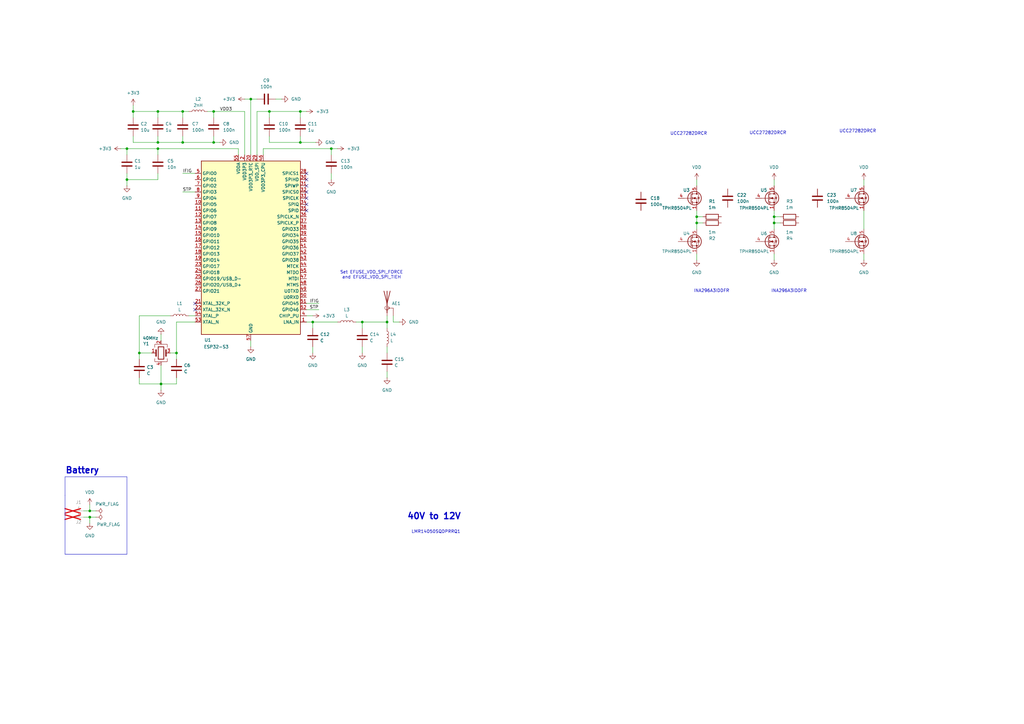
<source format=kicad_sch>
(kicad_sch (version 20231120) (generator "eeschema") (generator_version "8.0")
  (paper "A3")
  (lib_symbols
    (symbol "Connector:Conn_01x01_Pin" (pin_names (offset 1.016) hide)
      (property "Reference" "J" (at 0 2.54 0))
      (property "Value" "Conn_01x01_Pin" (at 0 -2.54 0))
      (symbol "Conn_01x01_Pin_1_1"
        (polyline (pts (xy 1.27 0) (xy 0.8636 0)) (stroke (width 0.1524)))
        (rectangle (start 0.8636 0.127) (end 0 -0.127) (stroke (width 0.1524)) (fill (type outline)))
        (pin passive line (at 5.08 0 180) (length 3.81) (name "Pin_1") (number "1"))
      )
    )
    (symbol "Device:Antenna_Shield" (pin_numbers hide) (pin_names (offset 1.016) hide)
      (property "Reference" "AE" (at -1.905 4.445 0))
      (property "Value" "Antenna_Shield" (at -1.905 2.54 0))
      (symbol "Antenna_Shield_0_1"
        (arc (start -0.508 -1.143) (mid -0.8429 -2.1194) (end 0 -2.667))
        (arc (start 0 -2.667) (mid 0.7989 -2.1052) (end 0.508 -1.143))
        (polyline (pts (xy 0 -2.54) (xy 0 0)))
        (polyline (pts (xy 0 5.08) (xy 0 -3.81)) (stroke (width 0.254)))
        (polyline (pts (xy 0.762 -1.905) (xy 2.54 -1.905)))
        (polyline (pts (xy 2.54 -2.54) (xy 2.54 -1.905)))
        (polyline (pts (xy 1.27 5.08) (xy 0 0) (xy -1.27 5.08)) (stroke (width 0.254)))
        (circle (center 0.762 -1.905) (radius 0.1778) (fill (type outline)))
      )
      (symbol "Antenna_Shield_1_1"
        (pin input line (at 0 -5.08 90) (length 2.54) (name "A") (number "1"))
        (pin input line (at 2.54 -5.08 90) (length 2.54) (name "Shield") (number "2"))
      )
    )
    (symbol "Device:C" (pin_numbers hide) (pin_names (offset 0.254))
      (property "Reference" "C" (at 0.635 2.54 0))
      (property "Value" "C" (at 0.635 -2.54 0))
      (symbol "C_0_1"
        (polyline (pts (xy -2.032 -0.762) (xy 2.032 -0.762)) (stroke (width 0.508)))
        (polyline (pts (xy -2.032 0.762) (xy 2.032 0.762)) (stroke (width 0.508)))
      )
      (symbol "C_1_1"
        (pin passive line (at 0 3.81 270) (length 2.794) (name "~") (number "1"))
        (pin passive line (at 0 -3.81 90) (length 2.794) (name "~") (number "2"))
      )
    )
    (symbol "Device:Crystal_GND24" (pin_names (offset 1.016) hide)
      (property "Reference" "Y" (at 3.175 5.08 0))
      (property "Value" "Crystal_GND24" (at 3.175 3.175 0))
      (symbol "Crystal_GND24_0_1"
        (rectangle (start -1.143 2.54) (end 1.143 -2.54) (stroke (width 0.3048)))
        (polyline (pts (xy -2.54 0) (xy -2.032 0)))
        (polyline (pts (xy -2.032 -1.27) (xy -2.032 1.27)) (stroke (width 0.508)))
        (polyline (pts (xy 0 -3.81) (xy 0 -3.556)))
        (polyline (pts (xy 0 3.556) (xy 0 3.81)))
        (polyline (pts (xy 2.032 -1.27) (xy 2.032 1.27)) (stroke (width 0.508)))
        (polyline (pts (xy 2.032 0) (xy 2.54 0)))
        (polyline (pts (xy -2.54 -2.286) (xy -2.54 -3.556) (xy 2.54 -3.556) (xy 2.54 -2.286)))
        (polyline (pts (xy -2.54 2.286) (xy -2.54 3.556) (xy 2.54 3.556) (xy 2.54 2.286)))
      )
      (symbol "Crystal_GND24_1_1"
        (pin passive line (at -3.81 0 0) (length 1.27) (name "1") (number "1"))
        (pin passive line (at 0 5.08 270) (length 1.27) (name "2") (number "2"))
        (pin passive line (at 3.81 0 180) (length 1.27) (name "3") (number "3"))
        (pin passive line (at 0 -5.08 90) (length 1.27) (name "4") (number "4"))
      )
    )
    (symbol "Device:L" (pin_numbers hide) (pin_names (offset 1.016) hide)
      (property "Reference" "L" (at -1.27 0 90))
      (property "Value" "L" (at 1.905 0 90))
      (symbol "L_0_1"
        (arc (start 0 -2.54) (mid 0.6323 -1.905) (end 0 -1.27))
        (arc (start 0 -1.27) (mid 0.6323 -0.635) (end 0 0))
        (arc (start 0 0) (mid 0.6323 0.635) (end 0 1.27))
        (arc (start 0 1.27) (mid 0.6323 1.905) (end 0 2.54))
      )
      (symbol "L_1_1"
        (pin passive line (at 0 3.81 270) (length 1.27) (name "1") (number "1"))
        (pin passive line (at 0 -3.81 90) (length 1.27) (name "2") (number "2"))
      )
    )
    (symbol "Device:R" (pin_numbers hide) (pin_names (offset 0))
      (property "Reference" "R" (at 2.032 0 90))
      (property "Value" "R" (at 0 0 90))
      (symbol "R_0_1"
        (rectangle (start -1.016 -2.54) (end 1.016 2.54) (stroke (width 0.254)))
      )
      (symbol "R_1_1"
        (pin passive line (at 0 3.81 270) (length 1.27) (name "~") (number "1"))
        (pin passive line (at 0 -3.81 90) (length 1.27) (name "~") (number "2"))
      )
    )
    (symbol "MCU_Espressif:ESP32-S3"
      (property "Reference" "U" (at 10.16 -38.1 0))
      (property "Value" "ESP32-S3" (at 13.97 -40.64 0))
      (symbol "ESP32-S3_0_1"
        (rectangle (start -20.32 35.56) (end 20.32 -35.56) (stroke (width 0.254)) (fill (type background)))
      )
      (symbol "ESP32-S3_1_0"
        (pin bidirectional line (at 22.86 12.7 180) (length 2.54) (name "SPICLK_N") (number "36"))
        (pin bidirectional line (at 22.86 -10.16 180) (length 2.54) (name "MTDO") (number "45"))
        (pin bidirectional line (at 22.86 -22.86 180) (length 2.54) (name "GPIO45") (number "51"))
        (pin passive line (at -5.08 38.1 270) (length 2.54) hide (name "VDDA") (number "56"))
      )
      (symbol "ESP32-S3_1_1"
        (pin bidirectional line (at 22.86 -30.48 180) (length 2.54) (name "LNA_IN") (number "1"))
        (pin bidirectional line (at -22.86 17.78 0) (length 2.54) (name "GPIO5") (number "10"))
        (pin bidirectional line (at -22.86 15.24 0) (length 2.54) (name "GPIO6") (number "11"))
        (pin bidirectional line (at -22.86 12.7 0) (length 2.54) (name "GPIO7") (number "12"))
        (pin bidirectional line (at -22.86 10.16 0) (length 2.54) (name "GPIO8") (number "13"))
        (pin bidirectional line (at -22.86 7.62 0) (length 2.54) (name "GPIO9") (number "14"))
        (pin bidirectional line (at -22.86 5.08 0) (length 2.54) (name "GPIO10") (number "15"))
        (pin bidirectional line (at -22.86 2.54 0) (length 2.54) (name "GPIO11") (number "16"))
        (pin bidirectional line (at -22.86 0 0) (length 2.54) (name "GPIO12") (number "17"))
        (pin bidirectional line (at -22.86 -2.54 0) (length 2.54) (name "GPIO13") (number "18"))
        (pin bidirectional line (at -22.86 -5.08 0) (length 2.54) (name "GPIO14") (number "19"))
        (pin power_in line (at -2.54 38.1 270) (length 2.54) (name "VDD3P3") (number "2"))
        (pin power_in line (at 0 38.1 270) (length 2.54) (name "VDD3P3_RTC") (number "20"))
        (pin passive line (at -22.86 -22.86 0) (length 2.54) (name "XTAL_32K_P") (number "21"))
        (pin passive line (at -22.86 -25.4 0) (length 2.54) (name "XTAL_32K_N") (number "22"))
        (pin bidirectional line (at -22.86 -7.62 0) (length 2.54) (name "GPIO17") (number "23"))
        (pin bidirectional line (at -22.86 -10.16 0) (length 2.54) (name "GPIO18") (number "24"))
        (pin bidirectional line (at -22.86 -12.7 0) (length 2.54) (name "GPIO19/USB_D-") (number "25"))
        (pin bidirectional line (at -22.86 -15.24 0) (length 2.54) (name "GPIO20/USB_D+") (number "26"))
        (pin bidirectional line (at -22.86 -17.78 0) (length 2.54) (name "GPIO21") (number "27"))
        (pin bidirectional line (at 22.86 30.48 180) (length 2.54) (name "SPICS1") (number "28"))
        (pin power_in line (at 2.54 38.1 270) (length 2.54) (name "VDD_SPI") (number "29"))
        (pin passive line (at -2.54 38.1 270) (length 2.54) hide (name "VDD3P3") (number "3"))
        (pin bidirectional line (at 22.86 27.94 180) (length 2.54) (name "SPIHD") (number "30"))
        (pin bidirectional line (at 22.86 25.4 180) (length 2.54) (name "SPIWP") (number "31"))
        (pin bidirectional line (at 22.86 22.86 180) (length 2.54) (name "SPICS0") (number "32"))
        (pin bidirectional line (at 22.86 20.32 180) (length 2.54) (name "SPICLK") (number "33"))
        (pin bidirectional line (at 22.86 17.78 180) (length 2.54) (name "SPIQ") (number "34"))
        (pin bidirectional line (at 22.86 15.24 180) (length 2.54) (name "SPID") (number "35"))
        (pin bidirectional line (at 22.86 10.16 180) (length 2.54) (name "SPICLK_P") (number "37"))
        (pin bidirectional line (at 22.86 7.62 180) (length 2.54) (name "GPIO33") (number "38"))
        (pin bidirectional line (at 22.86 5.08 180) (length 2.54) (name "GPIO34") (number "39"))
        (pin input line (at 22.86 -27.94 180) (length 2.54) (name "CHIP_PU") (number "4"))
        (pin bidirectional line (at 22.86 2.54 180) (length 2.54) (name "GPIO35") (number "40"))
        (pin bidirectional line (at 22.86 0 180) (length 2.54) (name "GPIO36") (number "41"))
        (pin bidirectional line (at 22.86 -2.54 180) (length 2.54) (name "GPIO37") (number "42"))
        (pin bidirectional line (at 22.86 -5.08 180) (length 2.54) (name "GPIO38") (number "43"))
        (pin bidirectional line (at 22.86 -7.62 180) (length 2.54) (name "MTCK") (number "44"))
        (pin power_in line (at 5.08 38.1 270) (length 2.54) (name "VDD3P3_CPU") (number "46"))
        (pin bidirectional line (at 22.86 -12.7 180) (length 2.54) (name "MTDI") (number "47"))
        (pin bidirectional line (at 22.86 -15.24 180) (length 2.54) (name "MTMS") (number "48"))
        (pin bidirectional line (at 22.86 -17.78 180) (length 2.54) (name "U0TXD") (number "49"))
        (pin bidirectional line (at -22.86 30.48 0) (length 2.54) (name "GPIO0") (number "5"))
        (pin bidirectional line (at 22.86 -20.32 180) (length 2.54) (name "U0RXD") (number "50"))
        (pin bidirectional line (at 22.86 -25.4 180) (length 2.54) (name "GPIO46") (number "52"))
        (pin output line (at -22.86 -30.48 0) (length 2.54) (name "XTAL_N") (number "53"))
        (pin input line (at -22.86 -27.94 0) (length 2.54) (name "XTAL_P") (number "54"))
        (pin power_in line (at -5.08 38.1 270) (length 2.54) (name "VDDA") (number "55"))
        (pin power_in line (at 0 -38.1 90) (length 2.54) (name "GND") (number "57"))
        (pin bidirectional line (at -22.86 27.94 0) (length 2.54) (name "GPIO1") (number "6"))
        (pin bidirectional line (at -22.86 25.4 0) (length 2.54) (name "GPIO2") (number "7"))
        (pin bidirectional line (at -22.86 22.86 0) (length 2.54) (name "GPIO3") (number "8"))
        (pin bidirectional line (at -22.86 20.32 0) (length 2.54) (name "GPIO4") (number "9"))
      )
    )
    (symbol "TPHR8504PL_1" (pin_names hide)
      (property "Reference" "U" (at 2.032 4.064 0))
      (property "Value" "TPHR8504PL" (at -9.144 4.064 0))
      (symbol "TPHR8504PL_1_0_1"
        (circle (center -0.889 0) (radius 2.794) (stroke (width 0.254)))
        (circle (center 0 -1.778) (radius 0.254) (fill (type outline)))
        (polyline (pts (xy -2.286 0) (xy -5.08 0)))
        (polyline (pts (xy -2.286 1.905) (xy -2.286 -1.905)) (stroke (width 0.254)))
        (polyline (pts (xy -1.778 -1.27) (xy -1.778 -2.286)) (stroke (width 0.254)))
        (polyline (pts (xy -1.778 0.508) (xy -1.778 -0.508)) (stroke (width 0.254)))
        (polyline (pts (xy -1.778 2.286) (xy -1.778 1.27)) (stroke (width 0.254)))
        (polyline (pts (xy 0 2.54) (xy 0 1.778)))
        (polyline (pts (xy 0 -2.54) (xy 0 0) (xy -1.778 0)))
        (polyline (pts (xy -1.778 -1.778) (xy 0.762 -1.778) (xy 0.762 1.778) (xy -1.778 1.778)))
        (polyline (pts (xy -1.524 0) (xy -0.508 0.381) (xy -0.508 -0.381) (xy -1.524 0)) (fill (type outline)))
        (polyline (pts (xy 0.254 0.508) (xy 0.381 0.381) (xy 1.143 0.381) (xy 1.27 0.254)))
        (polyline (pts (xy 0.762 0.381) (xy 0.381 -0.254) (xy 1.143 -0.254) (xy 0.762 0.381)))
        (circle (center 0 1.778) (radius 0.254) (fill (type outline)))
      )
      (symbol "TPHR8504PL_1_1_1"
        (pin passive line (at 0 -5.08 90) (length 2.54) (name "S") (number "1"))
        (pin passive line (at 0 -5.08 90) (length 2.54) hide (name "S") (number "2"))
        (pin passive line (at 0 -5.08 90) (length 2.54) hide (name "S") (number "3"))
        (pin input line (at -7.62 0 0) (length 2.54) (name "G") (number "4"))
        (pin passive line (at 0 5.08 270) (length 2.54) (name "D") (number "5"))
      )
    )
    (symbol "power:+3V3" (power) (pin_numbers hide) (pin_names (offset 0) hide)
      (property "Value" "+3V3" (at 0 3.556 0))
      (symbol "+3V3_0_1"
        (polyline (pts (xy -0.762 1.27) (xy 0 2.54)))
        (polyline (pts (xy 0 0) (xy 0 2.54)))
        (polyline (pts (xy 0 2.54) (xy 0.762 1.27)))
      )
      (symbol "+3V3_1_1"
        (pin power_in line (at 0 0 90) (length 0) (name "~") (number "1"))
      )
    )
    (symbol "power:GND" (power) (pin_numbers hide) (pin_names (offset 0) hide)
      (property "Value" "GND" (at 0 -3.81 0))
      (symbol "GND_0_1"
        (polyline (pts (xy 0 0) (xy 0 -1.27) (xy 1.27 -1.27) (xy 0 -2.54) (xy -1.27 -1.27) (xy 0 -1.27)))
      )
      (symbol "GND_1_1"
        (pin power_in line (at 0 0 270) (length 0) (name "~") (number "1"))
      )
    )
    (symbol "power:PWR_FLAG" (power) (pin_numbers hide) (pin_names (offset 0) hide)
      (property "Value" "PWR_FLAG" (at 0 3.81 0))
      (symbol "PWR_FLAG_0_0"
        (pin power_out line (at 0 0 90) (length 0) (name "~") (number "1"))
      )
      (symbol "PWR_FLAG_0_1"
        (polyline (pts (xy 0 0) (xy 0 1.27) (xy -1.016 1.905) (xy 0 2.54) (xy 1.016 1.905) (xy 0 1.27)))
      )
    )
    (symbol "power:VDD" (power) (pin_numbers hide) (pin_names (offset 0) hide)
      (property "Value" "VDD" (at 0 3.556 0))
      (symbol "VDD_0_1"
        (polyline (pts (xy -0.762 1.27) (xy 0 2.54)))
        (polyline (pts (xy 0 0) (xy 0 2.54)))
        (polyline (pts (xy 0 2.54) (xy 0.762 1.27)))
      )
      (symbol "VDD_1_1"
        (pin power_in line (at 0 0 90) (length 0) (name "~") (number "1"))
      )
    )
  )
  (junction (at 87.63 45.72))
  (junction (at 135.89 60.96))
  (junction (at 102.87 40.64))
  (junction (at 128.27 132.08))
  (junction (at 36.83 212.09))
  (junction (at 158.75 132.08))
  (junction (at 317.5 91.44))
  (junction (at 52.07 73.66))
  (junction (at 87.63 58.42))
  (junction (at 66.04 157.48))
  (junction (at 36.83 209.55))
  (junction (at 54.61 45.72))
  (junction (at 148.59 132.08))
  (junction (at 64.77 45.72))
  (junction (at 52.07 60.96))
  (junction (at 110.49 45.72))
  (junction (at 74.93 58.42))
  (junction (at 64.77 60.96))
  (junction (at 123.19 58.42))
  (junction (at 72.39 144.78))
  (junction (at 285.75 88.9))
  (junction (at 285.75 91.44))
  (junction (at 317.5 88.9))
  (junction (at 123.19 45.72))
  (junction (at 64.77 58.42))
  (junction (at 57.15 144.78))
  (junction (at 74.93 45.72))
  (no_connect (at 125.73 71.12))
  (no_connect (at 80.01 127))
  (no_connect (at 125.73 86.36))
  (no_connect (at 80.01 124.46))
  (no_connect (at 125.73 81.28))
  (no_connect (at 125.73 76.2))
  (no_connect (at 125.73 73.66))
  (no_connect (at 125.73 83.82))
  (no_connect (at 125.73 78.74))
  (wire (pts (xy 107.95 60.96) (xy 107.95 63.5)))
  (wire (pts (xy 102.87 63.5) (xy 102.87 40.64)))
  (wire (pts (xy 125.73 124.46) (xy 130.81 124.46)))
  (wire (pts (xy 52.07 73.66) (xy 64.77 73.66)))
  (wire (pts (xy 123.19 58.42) (xy 123.19 55.88)))
  (wire (pts (xy 125.73 129.54) (xy 128.27 129.54)))
  (polyline (pts (xy 52.07 195.58) (xy 26.67 195.58)))
  (wire (pts (xy 148.59 132.08) (xy 158.75 132.08)))
  (wire (pts (xy 64.77 58.42) (xy 64.77 55.88)))
  (wire (pts (xy 158.75 129.54) (xy 158.75 132.08)))
  (wire (pts (xy 72.39 157.48) (xy 72.39 154.94)))
  (wire (pts (xy 102.87 139.7) (xy 102.87 142.24)))
  (wire (pts (xy 163.83 132.08) (xy 161.29 132.08)))
  (wire (pts (xy 148.59 142.24) (xy 148.59 144.78)))
  (wire (pts (xy 128.27 132.08) (xy 125.73 132.08)))
  (wire (pts (xy 128.27 142.24) (xy 128.27 144.78)))
  (wire (pts (xy 54.61 43.18) (xy 54.61 45.72)))
  (wire (pts (xy 54.61 48.26) (xy 54.61 45.72)))
  (wire (pts (xy 138.43 60.96) (xy 135.89 60.96)))
  (wire (pts (xy 354.33 86.36) (xy 354.33 93.98)))
  (wire (pts (xy 158.75 152.4) (xy 158.75 154.94)))
  (wire (pts (xy 354.33 104.14) (xy 354.33 106.68)))
  (wire (pts (xy 317.5 104.14) (xy 317.5 106.68)))
  (wire (pts (xy 66.04 149.86) (xy 66.04 157.48)))
  (wire (pts (xy 148.59 132.08) (xy 146.05 132.08)))
  (wire (pts (xy 36.83 212.09) (xy 36.83 214.63)))
  (wire (pts (xy 135.89 71.12) (xy 135.89 73.66)))
  (wire (pts (xy 158.75 134.62) (xy 158.75 132.08)))
  (wire (pts (xy 49.53 60.96) (xy 52.07 60.96)))
  (wire (pts (xy 52.07 71.12) (xy 52.07 73.66)))
  (wire (pts (xy 64.77 73.66) (xy 64.77 71.12)))
  (wire (pts (xy 64.77 60.96) (xy 97.79 60.96)))
  (wire (pts (xy 74.93 71.12) (xy 80.01 71.12)))
  (wire (pts (xy 113.03 40.64) (xy 115.57 40.64)))
  (wire (pts (xy 34.29 212.09) (xy 36.83 212.09)))
  (wire (pts (xy 36.83 209.55) (xy 34.29 209.55)))
  (wire (pts (xy 285.75 91.44) (xy 288.29 91.44)))
  (wire (pts (xy 110.49 58.42) (xy 110.49 55.88)))
  (wire (pts (xy 105.41 63.5) (xy 105.41 45.72)))
  (wire (pts (xy 317.5 88.9) (xy 320.04 88.9)))
  (wire (pts (xy 64.77 45.72) (xy 74.93 45.72)))
  (wire (pts (xy 74.93 58.42) (xy 64.77 58.42)))
  (wire (pts (xy 87.63 55.88) (xy 87.63 58.42)))
  (wire (pts (xy 90.17 58.42) (xy 87.63 58.42)))
  (wire (pts (xy 64.77 58.42) (xy 54.61 58.42)))
  (wire (pts (xy 123.19 45.72) (xy 123.19 48.26)))
  (wire (pts (xy 66.04 137.16) (xy 66.04 139.7)))
  (wire (pts (xy 69.85 144.78) (xy 72.39 144.78)))
  (wire (pts (xy 125.73 45.72) (xy 123.19 45.72)))
  (wire (pts (xy 52.07 60.96) (xy 64.77 60.96)))
  (wire (pts (xy 54.61 45.72) (xy 64.77 45.72)))
  (wire (pts (xy 317.5 88.9) (xy 317.5 91.44)))
  (wire (pts (xy 87.63 45.72) (xy 100.33 45.72)))
  (wire (pts (xy 317.5 86.36) (xy 317.5 88.9)))
  (wire (pts (xy 285.75 91.44) (xy 285.75 93.98)))
  (wire (pts (xy 161.29 132.08) (xy 161.29 129.54)))
  (wire (pts (xy 128.27 134.62) (xy 128.27 132.08)))
  (wire (pts (xy 77.47 129.54) (xy 80.01 129.54)))
  (wire (pts (xy 52.07 73.66) (xy 52.07 76.2)))
  (wire (pts (xy 69.85 129.54) (xy 57.15 129.54)))
  (wire (pts (xy 158.75 142.24) (xy 158.75 144.78)))
  (wire (pts (xy 354.33 73.66) (xy 354.33 76.2)))
  (wire (pts (xy 57.15 147.32) (xy 57.15 144.78)))
  (wire (pts (xy 128.27 132.08) (xy 138.43 132.08)))
  (polyline (pts (xy 26.67 203.2) (xy 26.67 227.33)))
  (wire (pts (xy 66.04 157.48) (xy 66.04 160.02)))
  (wire (pts (xy 57.15 129.54) (xy 57.15 144.78)))
  (wire (pts (xy 74.93 48.26) (xy 74.93 45.72)))
  (wire (pts (xy 57.15 144.78) (xy 62.23 144.78)))
  (wire (pts (xy 54.61 55.88) (xy 54.61 58.42)))
  (wire (pts (xy 123.19 58.42) (xy 129.54 58.42)))
  (polyline (pts (xy 26.67 227.33) (xy 52.07 227.33)))
  (wire (pts (xy 148.59 134.62) (xy 148.59 132.08)))
  (wire (pts (xy 105.41 45.72) (xy 110.49 45.72)))
  (wire (pts (xy 125.73 127) (xy 130.81 127)))
  (wire (pts (xy 123.19 58.42) (xy 110.49 58.42)))
  (wire (pts (xy 87.63 58.42) (xy 74.93 58.42)))
  (polyline (pts (xy 26.67 195.58) (xy 26.67 203.2)))
  (wire (pts (xy 285.75 88.9) (xy 288.29 88.9)))
  (wire (pts (xy 285.75 104.14) (xy 285.75 106.68)))
  (wire (pts (xy 102.87 40.64) (xy 105.41 40.64)))
  (wire (pts (xy 66.04 157.48) (xy 57.15 157.48)))
  (wire (pts (xy 74.93 58.42) (xy 74.93 55.88)))
  (wire (pts (xy 285.75 88.9) (xy 285.75 91.44)))
  (wire (pts (xy 36.83 207.01) (xy 36.83 209.55)))
  (wire (pts (xy 74.93 45.72) (xy 77.47 45.72)))
  (wire (pts (xy 123.19 45.72) (xy 110.49 45.72)))
  (wire (pts (xy 100.33 40.64) (xy 102.87 40.64)))
  (wire (pts (xy 317.5 91.44) (xy 317.5 93.98)))
  (polyline (pts (xy 52.07 227.33) (xy 52.07 195.58)))
  (wire (pts (xy 107.95 60.96) (xy 135.89 60.96)))
  (wire (pts (xy 72.39 144.78) (xy 72.39 147.32)))
  (wire (pts (xy 87.63 45.72) (xy 87.63 48.26)))
  (wire (pts (xy 110.49 45.72) (xy 110.49 48.26)))
  (wire (pts (xy 52.07 60.96) (xy 52.07 63.5)))
  (wire (pts (xy 317.5 73.66) (xy 317.5 76.2)))
  (wire (pts (xy 285.75 86.36) (xy 285.75 88.9)))
  (wire (pts (xy 317.5 91.44) (xy 320.04 91.44)))
  (wire (pts (xy 74.93 78.74) (xy 80.01 78.74)))
  (wire (pts (xy 72.39 132.08) (xy 80.01 132.08)))
  (wire (pts (xy 72.39 132.08) (xy 72.39 144.78)))
  (wire (pts (xy 97.79 60.96) (xy 97.79 63.5)))
  (wire (pts (xy 100.33 45.72) (xy 100.33 63.5)))
  (wire (pts (xy 135.89 63.5) (xy 135.89 60.96)))
  (wire (pts (xy 285.75 73.66) (xy 285.75 76.2)))
  (wire (pts (xy 36.83 209.55) (xy 39.37 209.55)))
  (wire (pts (xy 85.09 45.72) (xy 87.63 45.72)))
  (wire (pts (xy 66.04 157.48) (xy 72.39 157.48)))
  (wire (pts (xy 36.83 212.09) (xy 39.37 212.09)))
  (wire (pts (xy 57.15 157.48) (xy 57.15 154.94)))
  (wire (pts (xy 64.77 45.72) (xy 64.77 48.26)))
  (wire (pts (xy 64.77 63.5) (xy 64.77 60.96)))
  (text "LMR14050SQDPRRQ1" (at 178.816 218.186 0) (effects (font (size 1.27 1.27))))
  (text "40V to 12V" (at 178.054 211.836 0) (effects (font (size 2.54 2.54) (thickness 0.508) (bold yes))))
  (text "Set EFUSE_VDD_SPI_FORCE\nand EFUSE_VDD_SPI_TIEH" (at 152.4 112.776 0) (effects (font (size 1.27 1.27))))
  (text "UCC27282DRCR" (at 282.448 54.864 0) (effects (font (size 1.27 1.27))))
  (text "\nINA296A3IDDFR" (at 323.596 118.364 0) (effects (font (size 1.27 1.27))))
  (text "UCC27282DRCR" (at 351.79 53.848 0) (effects (font (size 1.27 1.27))))
  (text "\nINA296A3IDDFR" (at 291.846 118.364 0) (effects (font (size 1.27 1.27))))
  (text "UCC27282DRCR" (at 314.96 54.61 0) (effects (font (size 1.27 1.27))))
  (text "Battery" (at 33.782 193.04 0) (effects (font (size 2.54 2.54) (thickness 0.508) (bold yes))))
  (label "IFIG" (at 74.93 71.12 0))
  (label "STP" (at 74.93 78.74 0))
  (label "IFIG" (at 127 124.46 0))
  (label "STP" (at 127 127 0))
  (label "VDD3" (at 90.17 45.72 0))
  (symbol (lib_id "power:GND") (at 52.07 76.2 0) (unit 1)
    (property "Reference" "#PWR02" (effects (hide yes)))
    (property "Value" "GND" (at 52.07 81.28 0))
    (property "Description" "Power symbol creates a global label with name \"GND\" , ground" (effects (hide yes)))
  )
  (symbol (lib_name "TPHR8504PL_1") (lib_id "User_Symbols:TPHR8504PL") (at 317.5 81.28 0) (unit 1)
    (property "Reference" "U5" (at 311.912 77.978 0) (effects (justify left)))
    (property "Value" "TPHR8504PL" (at 303.276 85.344 0) (effects (justify left)))
    (property "Footprint" "Package_DFN_QFN:PQFN-8-EP_6x5mm_P1.27mm_Generic" (effects (hide yes)))
    (property "Datasheet" "https://www.lcsc.com/datasheet/lcsc_datasheet_2410010333_TOSHIBA-TPHR8504PL-LQ-M1W_C22388172.pdf" (effects (hide yes)))
    (property "Description" "Low Rds on MOSFET 0.85mOlm 150A" (effects (hide yes)))
    (property "LCSC" "C22388172" (effects (hide yes)))
  )
  (symbol (lib_name "TPHR8504PL_1") (lib_id "User_Symbols:TPHR8504PL") (at 354.33 81.28 0) (unit 1)
    (property "Reference" "U7" (at 348.742 77.978 0) (effects (justify left)))
    (property "Value" "TPHR8504PL" (at 340.106 85.344 0) (effects (justify left)))
    (property "Footprint" "Package_DFN_QFN:PQFN-8-EP_6x5mm_P1.27mm_Generic" (effects (hide yes)))
    (property "Datasheet" "https://www.lcsc.com/datasheet/lcsc_datasheet_2410010333_TOSHIBA-TPHR8504PL-LQ-M1W_C22388172.pdf" (effects (hide yes)))
    (property "Description" "Low Rds on MOSFET 0.85mOlm 150A" (effects (hide yes)))
    (property "LCSC" "C22388172" (effects (hide yes)))
  )
  (symbol (lib_id "power:VDD") (at 354.33 73.66 0) (unit 1)
    (property "Reference" "#PWR034" (effects (hide yes)))
    (property "Value" "VDD" (at 354.33 68.58 0))
    (property "Description" "Power symbol creates a global label with name \"VDD\"" (effects (hide yes)))
  )
  (symbol (lib_id "power:GND") (at 148.59 144.78 0) (unit 1)
    (property "Reference" "#PWR016" (effects (hide yes)))
    (property "Value" "GND" (at 148.59 149.86 0))
    (property "Description" "Power symbol creates a global label with name \"GND\" , ground" (effects (hide yes)))
  )
  (symbol (lib_id "power:GND") (at 317.5 106.68 0) (unit 1)
    (property "Reference" "#PWR030" (effects (hide yes)))
    (property "Value" "GND" (at 317.5 111.76 0))
    (property "Description" "Power symbol creates a global label with name \"GND\" , ground" (effects (hide yes)))
  )
  (symbol (lib_id "Device:C") (at 74.93 52.07 0) (unit 1)
    (property "Reference" "C7" (at 78.74 50.7999 0) (effects (justify left)))
    (property "Value" "100n" (at 78.74 53.3399 0) (effects (justify left)))
    (property "Footprint" "Capacitor_SMD:C_0402_1005Metric" (effects (hide yes)))
    (property "Description" "Unpolarized capacitor" (effects (hide yes)))
    (property "LCSC" "C1525" (effects (hide yes)))
  )
  (symbol (lib_id "power:GND") (at 115.57 40.64 90) (unit 1)
    (property "Reference" "#PWR09" (effects (hide yes)))
    (property "Value" "GND" (at 119.38 40.6399 90) (effects (justify right)))
    (property "Description" "Power symbol creates a global label with name \"GND\" , ground" (effects (hide yes)))
  )
  (symbol (lib_id "power:VDD") (at 317.5 73.66 0) (unit 1)
    (property "Reference" "#PWR032" (effects (hide yes)))
    (property "Value" "VDD" (at 317.5 68.58 0))
    (property "Description" "Power symbol creates a global label with name \"VDD\"" (effects (hide yes)))
  )
  (symbol (lib_id "power:+3V3") (at 100.33 40.64 90) (unit 1)
    (property "Reference" "#PWR07" (effects (hide yes)))
    (property "Value" "+3V3" (at 96.52 40.6399 90) (effects (justify left)))
    (property "Description" "Power symbol creates a global label with name \"+3V3\"" (effects (hide yes)))
  )
  (symbol (lib_id "power:GND") (at 163.83 132.08 90) (unit 1)
    (property "Reference" "#PWR018" (effects (hide yes)))
    (property "Value" "GND" (at 167.64 132.0799 90) (effects (justify right)))
    (property "Description" "Power symbol creates a global label with name \"GND\" , ground" (effects (hide yes)))
  )
  (symbol (lib_id "Device:R") (at 323.85 88.9 90) (unit 1)
    (property "Reference" "R3" (at 323.85 82.55 90))
    (property "Value" "1m" (at 323.85 85.09 90))
    (property "Footprint" "Resistor_SMD:R_1206_3216Metric" (effects (hide yes)))
    (property "Description" "Resistor" (effects (hide yes)))
    (property "LCSC" "C18724164" (effects (hide yes)))
  )
  (symbol (lib_id "power:GND") (at 36.83 214.63 0) (unit 1)
    (property "Reference" "#PWR029" (effects (hide yes)))
    (property "Value" "GND" (at 36.83 219.71 0))
    (property "Description" "Power symbol creates a global label with name \"GND\" , ground" (effects (hide yes)))
  )
  (symbol (lib_name "TPHR8504PL_1") (lib_id "User_Symbols:TPHR8504PL") (at 285.75 99.06 0) (unit 1)
    (property "Reference" "U4" (at 280.162 95.758 0) (effects (justify left)))
    (property "Value" "TPHR8504PL" (at 271.526 103.124 0) (effects (justify left)))
    (property "Footprint" "Package_DFN_QFN:PQFN-8-EP_6x5mm_P1.27mm_Generic" (effects (hide yes)))
    (property "Datasheet" "https://www.lcsc.com/datasheet/lcsc_datasheet_2410010333_TOSHIBA-TPHR8504PL-LQ-M1W_C22388172.pdf" (effects (hide yes)))
    (property "Description" "Low Rds on MOSFET 0.85mOlm 150A" (effects (hide yes)))
    (property "LCSC" "C22388172" (effects (hide yes)))
  )
  (symbol (lib_name "TPHR8504PL_1") (lib_id "User_Symbols:TPHR8504PL") (at 317.5 99.06 0) (unit 1)
    (property "Reference" "U6" (at 311.912 95.758 0) (effects (justify left)))
    (property "Value" "TPHR8504PL" (at 303.276 103.124 0) (effects (justify left)))
    (property "Footprint" "Package_DFN_QFN:PQFN-8-EP_6x5mm_P1.27mm_Generic" (effects (hide yes)))
    (property "Datasheet" "https://www.lcsc.com/datasheet/lcsc_datasheet_2410010333_TOSHIBA-TPHR8504PL-LQ-M1W_C22388172.pdf" (effects (hide yes)))
    (property "Description" "Low Rds on MOSFET 0.85mOlm 150A" (effects (hide yes)))
    (property "LCSC" "C22388172" (effects (hide yes)))
  )
  (symbol (lib_id "Device:C") (at 298.45 81.28 0) (unit 1)
    (property "Reference" "C22" (at 302.26 80.0099 0) (effects (justify left)))
    (property "Value" "100n" (at 302.26 82.5499 0) (effects (justify left)))
    (property "Footprint" "Capacitor_SMD:C_0402_1005Metric" (effects (hide yes)))
    (property "Description" "Unpolarized capacitor" (effects (hide yes)))
  )
  (symbol (lib_id "Device:C") (at 335.28 81.28 0) (unit 1)
    (property "Reference" "C23" (at 339.09 80.0099 0) (effects (justify left)))
    (property "Value" "100n" (at 339.09 82.5499 0) (effects (justify left)))
    (property "Footprint" "Capacitor_SMD:C_0402_1005Metric" (effects (hide yes)))
    (property "Description" "Unpolarized capacitor" (effects (hide yes)))
  )
  (symbol (lib_id "Device:C") (at 64.77 67.31 0) (unit 1)
    (property "Reference" "C5" (at 68.58 66.0399 0) (effects (justify left)))
    (property "Value" "10n" (at 68.58 68.5799 0) (effects (justify left)))
    (property "Footprint" "Capacitor_SMD:C_0402_1005Metric" (effects (hide yes)))
    (property "Description" "Unpolarized capacitor" (effects (hide yes)))
  )
  (symbol (lib_id "Device:R") (at 323.85 91.44 270) (mirror x) (unit 1)
    (property "Reference" "R4" (at 323.85 97.79 90))
    (property "Value" "1m" (at 323.85 95.25 90))
    (property "Footprint" "Resistor_SMD:R_1206_3216Metric" (effects (hide yes)))
    (property "Description" "Resistor" (effects (hide yes)))
    (property "LCSC" "C18724164" (effects (hide yes)))
  )
  (symbol (lib_id "Device:R") (at 292.1 91.44 270) (mirror x) (unit 1)
    (property "Reference" "R2" (at 292.1 97.79 90))
    (property "Value" "1m" (at 292.1 95.25 90))
    (property "Footprint" "Resistor_SMD:R_1206_3216Metric" (effects (hide yes)))
    (property "Description" "Resistor" (effects (hide yes)))
    (property "LCSC" "C18724164" (effects (hide yes)))
  )
  (symbol (lib_id "Device:C") (at 109.22 40.64 90) (unit 1)
    (property "Reference" "C9" (at 109.22 33.02 90))
    (property "Value" "100n" (at 109.22 35.56 90))
    (property "Footprint" "Capacitor_SMD:C_0402_1005Metric" (effects (hide yes)))
    (property "Description" "Unpolarized capacitor" (effects (hide yes)))
    (property "LCSC" "C1525" (effects (hide yes)))
  )
  (symbol (lib_id "Device:C") (at 158.75 148.59 0) (unit 1)
    (property "Reference" "C15" (at 161.798 147.32 0) (effects (justify left)))
    (property "Value" "C" (at 161.798 149.86 0) (effects (justify left)))
    (property "Footprint" "Capacitor_SMD:C_0402_1005Metric" (effects (hide yes)))
    (property "Description" "Unpolarized capacitor" (effects (hide yes)))
  )
  (symbol (lib_id "power:GND") (at 128.27 144.78 0) (unit 1)
    (property "Reference" "#PWR012" (effects (hide yes)))
    (property "Value" "GND" (at 128.27 149.86 0))
    (property "Description" "Power symbol creates a global label with name \"GND\" , ground" (effects (hide yes)))
  )
  (symbol (lib_id "power:GND") (at 66.04 137.16 180) (unit 1)
    (property "Reference" "#PWR04" (effects (hide yes)))
    (property "Value" "GND" (at 66.04 132.08 0))
    (property "Description" "Power symbol creates a global label with name \"GND\" , ground" (effects (hide yes)))
  )
  (symbol (lib_id "Device:C") (at 64.77 52.07 0) (unit 1)
    (property "Reference" "C4" (at 67.818 50.8 0) (effects (justify left)))
    (property "Value" "1u" (at 67.818 53.34 0) (effects (justify left)))
    (property "Footprint" "Capacitor_SMD:C_0402_1005Metric" (effects (hide yes)))
    (property "Description" "Unpolarized capacitor" (effects (hide yes)))
    (property "LCSC" "C52923" (effects (hide yes)))
  )
  (symbol (lib_id "power:PWR_FLAG") (at 39.37 212.09 270) (unit 1)
    (property "Reference" "#FLG02" (effects (hide yes)))
    (property "Value" "PWR_FLAG" (at 39.624 215.138 90) (effects (justify left)))
    (property "Description" "Special symbol for telling ERC where power comes from" (effects (hide yes)))
  )
  (symbol (lib_name "TPHR8504PL_1") (lib_id "User_Symbols:TPHR8504PL") (at 354.33 99.06 0) (unit 1)
    (property "Reference" "U8" (at 348.742 95.758 0) (effects (justify left)))
    (property "Value" "TPHR8504PL" (at 340.106 103.124 0) (effects (justify left)))
    (property "Footprint" "Package_DFN_QFN:PQFN-8-EP_6x5mm_P1.27mm_Generic" (effects (hide yes)))
    (property "Datasheet" "https://www.lcsc.com/datasheet/lcsc_datasheet_2410010333_TOSHIBA-TPHR8504PL-LQ-M1W_C22388172.pdf" (effects (hide yes)))
    (property "Description" "Low Rds on MOSFET 0.85mOlm 150A" (effects (hide yes)))
    (property "LCSC" "C22388172" (effects (hide yes)))
  )
  (symbol (lib_id "power:GND") (at 158.75 154.94 0) (unit 1)
    (property "Reference" "#PWR017" (effects (hide yes)))
    (property "Value" "GND" (at 158.75 160.02 0))
    (property "Description" "Power symbol creates a global label with name \"GND\" , ground" (effects (hide yes)))
  )
  (symbol (lib_id "Device:R") (at 292.1 88.9 90) (unit 1)
    (property "Reference" "R1" (at 292.1 82.55 90))
    (property "Value" "1m" (at 292.1 85.09 90))
    (property "Footprint" "Resistor_SMD:R_1206_3216Metric" (effects (hide yes)))
    (property "Description" "Resistor" (effects (hide yes)))
    (property "LCSC" "C18724164" (effects (hide yes)))
  )
  (symbol (lib_id "power:+3V3") (at 128.27 129.54 270) (unit 1)
    (property "Reference" "#PWR011" (effects (hide yes)))
    (property "Value" "+3V3" (at 132.08 129.5399 90) (effects (justify left)))
    (property "Description" "Power symbol creates a global label with name \"+3V3\"" (effects (hide yes)))
  )
  (symbol (lib_name "TPHR8504PL_1") (lib_id "User_Symbols:TPHR8504PL") (at 285.75 81.28 0) (unit 1)
    (property "Reference" "U3" (at 280.162 77.978 0) (effects (justify left)))
    (property "Value" "TPHR8504PL" (at 271.526 85.344 0) (effects (justify left)))
    (property "Footprint" "Package_DFN_QFN:PQFN-8-EP_6x5mm_P1.27mm_Generic" (effects (hide yes)))
    (property "Datasheet" "https://www.lcsc.com/datasheet/lcsc_datasheet_2410010333_TOSHIBA-TPHR8504PL-LQ-M1W_C22388172.pdf" (effects (hide yes)))
    (property "Description" "Low Rds on MOSFET 0.85mOlm 150A" (effects (hide yes)))
    (property "LCSC" "C22388172" (effects (hide yes)))
  )
  (symbol (lib_id "Device:L") (at 142.24 132.08 90) (unit 1)
    (property "Reference" "L3" (at 142.24 127 90))
    (property "Value" "L" (at 142.24 129.54 90))
    (property "Footprint" "Inductor_SMD:L_0402_1005Metric" (effects (hide yes)))
    (property "Description" "Inductor" (effects (hide yes)))
  )
  (symbol (lib_id "Device:C") (at 128.27 138.43 0) (unit 1)
    (property "Reference" "C12" (at 131.318 137.16 0) (effects (justify left)))
    (property "Value" "C" (at 131.318 139.7 0) (effects (justify left)))
    (property "Footprint" "Capacitor_SMD:C_0402_1005Metric" (effects (hide yes)))
    (property "Description" "Unpolarized capacitor" (effects (hide yes)))
  )
  (symbol (lib_id "power:GND") (at 285.75 106.68 0) (unit 1)
    (property "Reference" "#PWR027" (effects (hide yes)))
    (property "Value" "GND" (at 285.75 111.76 0))
    (property "Description" "Power symbol creates a global label with name \"GND\" , ground" (effects (hide yes)))
  )
  (symbol (lib_id "power:GND") (at 129.54 58.42 90) (unit 1)
    (property "Reference" "#PWR013" (effects (hide yes)))
    (property "Value" "GND" (at 133.35 58.4199 90) (effects (justify right)))
    (property "Description" "Power symbol creates a global label with name \"GND\" , ground" (effects (hide yes)))
  )
  (symbol (lib_id "power:+3V3") (at 138.43 60.96 270) (unit 1)
    (property "Reference" "#PWR015" (effects (hide yes)))
    (property "Value" "+3V3" (at 142.24 60.9599 90) (effects (justify left)))
    (property "Description" "Power symbol creates a global label with name \"+3V3\"" (effects (hide yes)))
  )
  (symbol (lib_id "Connector:Conn_01x01_Pin") (at 29.21 212.09 0) (unit 1) (in_bom no) (dnp yes)
    (property "Reference" "J2" (at 32.258 214.122 0))
    (property "Value" "Conn_01x01_Pin" (effects (hide yes)))
    (property "Footprint" "MountingHole:MountingHole_3.2mm_M3_Pad_Via" (effects (hide yes)))
    (property "Description" "Generic connector, single row, 01x01, script generated" (effects (hide yes)))
  )
  (symbol (lib_id "Connector:Conn_01x01_Pin") (at 29.21 209.55 0) (unit 1) (in_bom no) (dnp yes)
    (property "Reference" "J1" (at 32.258 205.994 0))
    (property "Value" "Conn_01x01_Pin" (effects (hide yes)))
    (property "Footprint" "MountingHole:MountingHole_3.2mm_M3_Pad_Via" (effects (hide yes)))
    (property "Description" "Generic connector, single row, 01x01, script generated" (effects (hide yes)))
  )
  (symbol (lib_id "power:GND") (at 354.33 106.68 0) (unit 1)
    (property "Reference" "#PWR033" (effects (hide yes)))
    (property "Value" "GND" (at 354.33 111.76 0))
    (property "Description" "Power symbol creates a global label with name \"GND\" , ground" (effects (hide yes)))
  )
  (symbol (lib_id "Device:C") (at 52.07 67.31 0) (unit 1)
    (property "Reference" "C1" (at 55.118 66.04 0) (effects (justify left)))
    (property "Value" "1u" (at 55.118 68.58 0) (effects (justify left)))
    (property "Footprint" "Capacitor_SMD:C_0402_1005Metric" (effects (hide yes)))
    (property "Description" "Unpolarized capacitor" (effects (hide yes)))
    (property "LCSC" "C52923" (effects (hide yes)))
  )
  (symbol (lib_id "Device:L") (at 81.28 45.72 90) (unit 1)
    (property "Reference" "L2" (at 81.28 40.64 90))
    (property "Value" "2nH" (at 81.28 43.18 90))
    (property "Footprint" "Inductor_SMD:L_0402_1005Metric" (effects (hide yes)))
    (property "Description" "Inductor" (effects (hide yes)))
    (property "LCSC" "C18216" (effects (hide yes)))
  )
  (symbol (lib_id "Device:L") (at 73.66 129.54 90) (unit 1)
    (property "Reference" "L1" (at 73.66 124.46 90))
    (property "Value" "L" (at 73.66 127 90))
    (property "Footprint" "Inductor_SMD:L_0402_1005Metric" (effects (hide yes)))
    (property "Description" "Inductor" (effects (hide yes)))
  )
  (symbol (lib_id "power:GND") (at 135.89 73.66 0) (unit 1)
    (property "Reference" "#PWR014" (effects (hide yes)))
    (property "Value" "GND" (at 135.89 78.74 0))
    (property "Description" "Power symbol creates a global label with name \"GND\" , ground" (effects (hide yes)))
  )
  (symbol (lib_id "MCU_Espressif:ESP32-S3") (at 102.87 101.6 0) (unit 1)
    (property "Reference" "U1" (at 83.82 139.446 0) (effects (justify left)))
    (property "Value" "ESP32-S3" (at 83.566 142.24 0) (effects (justify left)))
    (property "Footprint" "Package_DFN_QFN:QFN-56-1EP_7x7mm_P0.4mm_EP4x4mm" (effects (hide yes)))
    (property "Datasheet" "https://www.espressif.com/sites/default/files/documentation/esp32-s3_datasheet_en.pdf" (effects (hide yes)))
    (property "Description" "Microcontroller, Wi-Fi 802.11b/g/n, Bluetooth, 32bit" (effects (hide yes)))
    (property "LCSC" "C3013940" (effects (hide yes)))
  )
  (symbol (lib_id "power:GND") (at 66.04 160.02 0) (unit 1)
    (property "Reference" "#PWR05" (effects (hide yes)))
    (property "Value" "GND" (at 66.04 165.1 0))
    (property "Description" "Power symbol creates a global label with name \"GND\" , ground" (effects (hide yes)))
  )
  (symbol (lib_id "power:VDD") (at 36.83 207.01 0) (unit 1)
    (property "Reference" "#PWR028" (effects (hide yes)))
    (property "Value" "VDD" (at 36.83 201.93 0))
    (property "Description" "Power symbol creates a global label with name \"VDD\"" (effects (hide yes)))
  )
  (symbol (lib_id "power:+3V3") (at 49.53 60.96 90) (unit 1)
    (property "Reference" "#PWR01" (effects (hide yes)))
    (property "Value" "+3V3" (at 45.72 60.9599 90) (effects (justify left)))
    (property "Description" "Power symbol creates a global label with name \"+3V3\"" (effects (hide yes)))
  )
  (symbol (lib_id "Device:Antenna_Shield") (at 158.75 124.46 0) (unit 1)
    (property "Reference" "AE1" (at 164.338 124.46 0) (effects (justify right)))
    (property "Value" "Antenna_Shield" (effects (hide yes)))
    (property "Footprint" "Connector_Coaxial:U.FL_Molex_MCRF_73412-0110_Vertical" (effects (hide yes)))
    (property "Description" "Antenna with extra pin for shielding" (effects (hide yes)))
    (property "LCSC" "C434806" (effects (hide yes)))
  )
  (symbol (lib_id "power:VDD") (at 285.75 73.66 0) (unit 1)
    (property "Reference" "#PWR031" (effects (hide yes)))
    (property "Value" "VDD" (at 285.75 68.58 0))
    (property "Description" "Power symbol creates a global label with name \"VDD\"" (effects (hide yes)))
  )
  (symbol (lib_id "Device:C") (at 72.39 151.13 0) (unit 1)
    (property "Reference" "C6" (at 75.438 149.86 0) (effects (justify left)))
    (property "Value" "C" (at 75.438 152.4 0) (effects (justify left)))
    (property "Footprint" "Resistor_SMD:R_0402_1005Metric" (effects (hide yes)))
    (property "Description" "Unpolarized capacitor" (effects (hide yes)))
  )
  (symbol (lib_id "Device:C") (at 123.19 52.07 0) (unit 1)
    (property "Reference" "C11" (at 126.238 50.8 0) (effects (justify left)))
    (property "Value" "1u" (at 126.238 53.34 0) (effects (justify left)))
    (property "Footprint" "Capacitor_SMD:C_0402_1005Metric" (effects (hide yes)))
    (property "Description" "Unpolarized capacitor" (effects (hide yes)))
    (property "LCSC" "C52923" (effects (hide yes)))
  )
  (symbol (lib_id "Device:C") (at 87.63 52.07 0) (unit 1)
    (property "Reference" "C8" (at 91.44 50.7999 0) (effects (justify left)))
    (property "Value" "100n" (at 91.44 53.3399 0) (effects (justify left)))
    (property "Footprint" "Capacitor_SMD:C_0402_1005Metric" (effects (hide yes)))
    (property "Description" "Unpolarized capacitor" (effects (hide yes)))
    (property "LCSC" "C1525" (effects (hide yes)))
  )
  (symbol (lib_id "power:GND") (at 90.17 58.42 90) (unit 1)
    (property "Reference" "#PWR06" (effects (hide yes)))
    (property "Value" "GND" (at 93.98 58.4199 90) (effects (justify right)))
    (property "Description" "Power symbol creates a global label with name \"GND\" , ground" (effects (hide yes)))
  )
  (symbol (lib_id "Device:C") (at 57.15 151.13 0) (unit 1)
    (property "Reference" "C3" (at 60.198 150.622 0) (effects (justify left)))
    (property "Value" "C" (at 60.198 153.162 0) (effects (justify left)))
    (property "Footprint" "Resistor_SMD:R_0402_1005Metric" (effects (hide yes)))
    (property "Description" "Unpolarized capacitor" (effects (hide yes)))
  )
  (symbol (lib_id "Device:C") (at 135.89 67.31 0) (unit 1)
    (property "Reference" "C13" (at 139.7 66.0399 0) (effects (justify left)))
    (property "Value" "100n" (at 139.7 68.5799 0) (effects (justify left)))
    (property "Footprint" "Capacitor_SMD:C_0402_1005Metric" (effects (hide yes)))
    (property "Description" "Unpolarized capacitor" (effects (hide yes)))
    (property "LCSC" "C1525" (effects (hide yes)))
  )
  (symbol (lib_id "Device:C") (at 148.59 138.43 0) (unit 1)
    (property "Reference" "C14" (at 151.638 137.16 0) (effects (justify left)))
    (property "Value" "C" (at 151.638 139.7 0) (effects (justify left)))
    (property "Footprint" "Capacitor_SMD:C_0402_1005Metric" (effects (hide yes)))
    (property "Description" "Unpolarized capacitor" (effects (hide yes)))
  )
  (symbol (lib_id "Device:C") (at 110.49 52.07 0) (unit 1)
    (property "Reference" "C10" (at 114.3 50.7999 0) (effects (justify left)))
    (property "Value" "100n" (at 114.3 53.3399 0) (effects (justify left)))
    (property "Footprint" "Capacitor_SMD:C_0402_1005Metric" (effects (hide yes)))
    (property "Description" "Unpolarized capacitor" (effects (hide yes)))
    (property "LCSC" "C1525" (effects (hide yes)))
  )
  (symbol (lib_id "power:+3V3") (at 125.73 45.72 270) (unit 1)
    (property "Reference" "#PWR010" (effects (hide yes)))
    (property "Value" "+3V3" (at 129.54 45.7199 90) (effects (justify left)))
    (property "Description" "Power symbol creates a global label with name \"+3V3\"" (effects (hide yes)))
  )
  (symbol (lib_id "Device:C") (at 262.89 82.55 0) (unit 1)
    (property "Reference" "C18" (at 266.7 81.2799 0) (effects (justify left)))
    (property "Value" "100n" (at 266.7 83.8199 0) (effects (justify left)))
    (property "Footprint" "Capacitor_SMD:C_0402_1005Metric" (effects (hide yes)))
    (property "Description" "Unpolarized capacitor" (effects (hide yes)))
  )
  (symbol (lib_id "Device:L") (at 158.75 138.43 0) (unit 1)
    (property "Reference" "L4" (at 160.02 137.1599 0) (effects (justify left)))
    (property "Value" "L" (at 160.02 139.6999 0) (effects (justify left)))
    (property "Footprint" "Inductor_SMD:L_0402_1005Metric" (effects (hide yes)))
    (property "Description" "Inductor" (effects (hide yes)))
  )
  (symbol (lib_id "power:GND") (at 102.87 142.24 0) (unit 1)
    (property "Reference" "#PWR08" (effects (hide yes)))
    (property "Value" "GND" (at 102.87 147.32 0))
    (property "Description" "Power symbol creates a global label with name \"GND\" , ground" (effects (hide yes)))
  )
  (symbol (lib_id "Device:Crystal_GND24") (at 66.04 144.78 0) (unit 1)
    (property "Reference" "Y1" (at 59.944 140.97 0))
    (property "Value" "40MHz" (at 61.722 138.684 0))
    (property "Footprint" "Crystal:Crystal_SMD_2520-4Pin_2.5x2.0mm" (effects (hide yes)))
    (property "Description" "Four pin crystal, GND on pins 2 and 4" (effects (hide yes)))
    (property "LCSC" "C2885592" (effects (hide yes)))
  )
  (symbol (lib_id "power:PWR_FLAG") (at 39.37 209.55 270) (unit 1)
    (property "Reference" "#FLG01" (effects (hide yes)))
    (property "Value" "PWR_FLAG" (at 39.116 206.756 90) (effects (justify left)))
    (property "Description" "Special symbol for telling ERC where power comes from" (effects (hide yes)))
  )
  (symbol (lib_id "Device:C") (at 54.61 52.07 0) (unit 1)
    (property "Reference" "C2" (at 57.658 50.8 0) (effects (justify left)))
    (property "Value" "10u" (at 57.658 53.34 0) (effects (justify left)))
    (property "Footprint" "Capacitor_SMD:C_0402_1005Metric" (effects (hide yes)))
    (property "Description" "Unpolarized capacitor" (effects (hide yes)))
    (property "LCSC" "C15525" (effects (hide yes)))
  )
  (symbol (lib_id "power:+3V3") (at 54.61 43.18 0) (unit 1)
    (property "Reference" "#PWR03" (effects (hide yes)))
    (property "Value" "+3V3" (at 54.61 38.1 0))
    (property "Description" "Power symbol creates a global label with name \"+3V3\"" (effects (hide yes)))
  )
)
</source>
